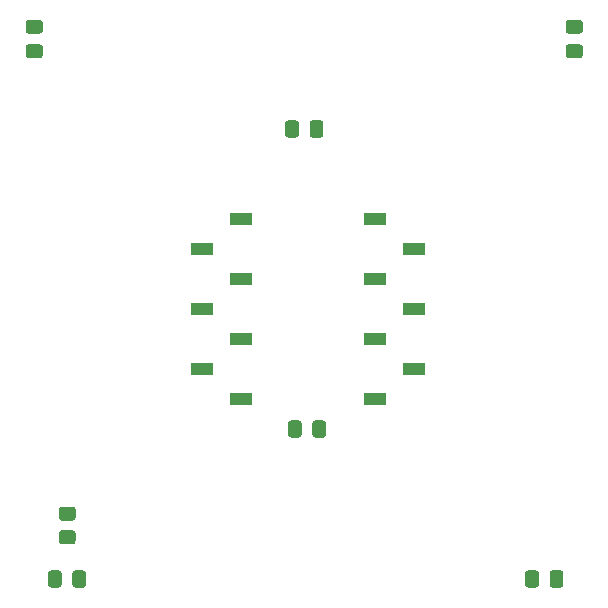
<source format=gbs>
%TF.GenerationSoftware,KiCad,Pcbnew,5.1.8-db9833491~87~ubuntu20.04.1*%
%TF.CreationDate,2020-11-10T08:01:52-05:00*%
%TF.ProjectId,18f-blinkie,3138662d-626c-4696-9e6b-69652e6b6963,rev?*%
%TF.SameCoordinates,Original*%
%TF.FileFunction,Soldermask,Bot*%
%TF.FilePolarity,Negative*%
%FSLAX46Y46*%
G04 Gerber Fmt 4.6, Leading zero omitted, Abs format (unit mm)*
G04 Created by KiCad (PCBNEW 5.1.8-db9833491~87~ubuntu20.04.1) date 2020-11-10 08:01:52*
%MOMM*%
%LPD*%
G01*
G04 APERTURE LIST*
%ADD10R,1.900000X1.000000*%
G04 APERTURE END LIST*
%TO.C,R1*%
G36*
G01*
X69281983Y-142385944D02*
X68381981Y-142385944D01*
G75*
G02*
X68131982Y-142135945I0J249999D01*
G01*
X68131982Y-141435943D01*
G75*
G02*
X68381981Y-141185944I249999J0D01*
G01*
X69281983Y-141185944D01*
G75*
G02*
X69531982Y-141435943I0J-249999D01*
G01*
X69531982Y-142135945D01*
G75*
G02*
X69281983Y-142385944I-249999J0D01*
G01*
G37*
G36*
G01*
X69281983Y-144385944D02*
X68381981Y-144385944D01*
G75*
G02*
X68131982Y-144135945I0J249999D01*
G01*
X68131982Y-143435943D01*
G75*
G02*
X68381981Y-143185944I249999J0D01*
G01*
X69281983Y-143185944D01*
G75*
G02*
X69531982Y-143435943I0J-249999D01*
G01*
X69531982Y-144135945D01*
G75*
G02*
X69281983Y-144385944I-249999J0D01*
G01*
G37*
%TD*%
D10*
%TO.C,J1*%
X80265000Y-129540000D03*
X80265000Y-124460000D03*
X80265000Y-119380000D03*
X83565000Y-132080000D03*
X83565000Y-127000000D03*
X83565000Y-121920000D03*
X83565000Y-116840000D03*
%TD*%
%TO.C,J2*%
X94870000Y-132080000D03*
X94870000Y-127000000D03*
X94870000Y-121920000D03*
X94870000Y-116840000D03*
X98170000Y-129540000D03*
X98170000Y-124460000D03*
X98170000Y-119380000D03*
%TD*%
%TO.C,C3*%
G36*
G01*
X88682500Y-134145000D02*
X88682500Y-135095000D01*
G75*
G02*
X88432500Y-135345000I-250000J0D01*
G01*
X87757500Y-135345000D01*
G75*
G02*
X87507500Y-135095000I0J250000D01*
G01*
X87507500Y-134145000D01*
G75*
G02*
X87757500Y-133895000I250000J0D01*
G01*
X88432500Y-133895000D01*
G75*
G02*
X88682500Y-134145000I0J-250000D01*
G01*
G37*
G36*
G01*
X90757500Y-134145000D02*
X90757500Y-135095000D01*
G75*
G02*
X90507500Y-135345000I-250000J0D01*
G01*
X89832500Y-135345000D01*
G75*
G02*
X89582500Y-135095000I0J250000D01*
G01*
X89582500Y-134145000D01*
G75*
G02*
X89832500Y-133895000I250000J0D01*
G01*
X90507500Y-133895000D01*
G75*
G02*
X90757500Y-134145000I0J-250000D01*
G01*
G37*
%TD*%
%TO.C,C6*%
G36*
G01*
X112235000Y-101150000D02*
X111285000Y-101150000D01*
G75*
G02*
X111035000Y-100900000I0J250000D01*
G01*
X111035000Y-100225000D01*
G75*
G02*
X111285000Y-99975000I250000J0D01*
G01*
X112235000Y-99975000D01*
G75*
G02*
X112485000Y-100225000I0J-250000D01*
G01*
X112485000Y-100900000D01*
G75*
G02*
X112235000Y-101150000I-250000J0D01*
G01*
G37*
G36*
G01*
X112235000Y-103225000D02*
X111285000Y-103225000D01*
G75*
G02*
X111035000Y-102975000I0J250000D01*
G01*
X111035000Y-102300000D01*
G75*
G02*
X111285000Y-102050000I250000J0D01*
G01*
X112235000Y-102050000D01*
G75*
G02*
X112485000Y-102300000I0J-250000D01*
G01*
X112485000Y-102975000D01*
G75*
G02*
X112235000Y-103225000I-250000J0D01*
G01*
G37*
%TD*%
%TO.C,C5*%
G36*
G01*
X108770000Y-146845000D02*
X108770000Y-147795000D01*
G75*
G02*
X108520000Y-148045000I-250000J0D01*
G01*
X107845000Y-148045000D01*
G75*
G02*
X107595000Y-147795000I0J250000D01*
G01*
X107595000Y-146845000D01*
G75*
G02*
X107845000Y-146595000I250000J0D01*
G01*
X108520000Y-146595000D01*
G75*
G02*
X108770000Y-146845000I0J-250000D01*
G01*
G37*
G36*
G01*
X110845000Y-146845000D02*
X110845000Y-147795000D01*
G75*
G02*
X110595000Y-148045000I-250000J0D01*
G01*
X109920000Y-148045000D01*
G75*
G02*
X109670000Y-147795000I0J250000D01*
G01*
X109670000Y-146845000D01*
G75*
G02*
X109920000Y-146595000I250000J0D01*
G01*
X110595000Y-146595000D01*
G75*
G02*
X110845000Y-146845000I0J-250000D01*
G01*
G37*
%TD*%
%TO.C,C4*%
G36*
G01*
X88450000Y-108745000D02*
X88450000Y-109695000D01*
G75*
G02*
X88200000Y-109945000I-250000J0D01*
G01*
X87525000Y-109945000D01*
G75*
G02*
X87275000Y-109695000I0J250000D01*
G01*
X87275000Y-108745000D01*
G75*
G02*
X87525000Y-108495000I250000J0D01*
G01*
X88200000Y-108495000D01*
G75*
G02*
X88450000Y-108745000I0J-250000D01*
G01*
G37*
G36*
G01*
X90525000Y-108745000D02*
X90525000Y-109695000D01*
G75*
G02*
X90275000Y-109945000I-250000J0D01*
G01*
X89600000Y-109945000D01*
G75*
G02*
X89350000Y-109695000I0J250000D01*
G01*
X89350000Y-108745000D01*
G75*
G02*
X89600000Y-108495000I250000J0D01*
G01*
X90275000Y-108495000D01*
G75*
G02*
X90525000Y-108745000I0J-250000D01*
G01*
G37*
%TD*%
%TO.C,C2*%
G36*
G01*
X66515000Y-101150000D02*
X65565000Y-101150000D01*
G75*
G02*
X65315000Y-100900000I0J250000D01*
G01*
X65315000Y-100225000D01*
G75*
G02*
X65565000Y-99975000I250000J0D01*
G01*
X66515000Y-99975000D01*
G75*
G02*
X66765000Y-100225000I0J-250000D01*
G01*
X66765000Y-100900000D01*
G75*
G02*
X66515000Y-101150000I-250000J0D01*
G01*
G37*
G36*
G01*
X66515000Y-103225000D02*
X65565000Y-103225000D01*
G75*
G02*
X65315000Y-102975000I0J250000D01*
G01*
X65315000Y-102300000D01*
G75*
G02*
X65565000Y-102050000I250000J0D01*
G01*
X66515000Y-102050000D01*
G75*
G02*
X66765000Y-102300000I0J-250000D01*
G01*
X66765000Y-102975000D01*
G75*
G02*
X66515000Y-103225000I-250000J0D01*
G01*
G37*
%TD*%
%TO.C,C1*%
G36*
G01*
X68362500Y-146845000D02*
X68362500Y-147795000D01*
G75*
G02*
X68112500Y-148045000I-250000J0D01*
G01*
X67437500Y-148045000D01*
G75*
G02*
X67187500Y-147795000I0J250000D01*
G01*
X67187500Y-146845000D01*
G75*
G02*
X67437500Y-146595000I250000J0D01*
G01*
X68112500Y-146595000D01*
G75*
G02*
X68362500Y-146845000I0J-250000D01*
G01*
G37*
G36*
G01*
X70437500Y-146845000D02*
X70437500Y-147795000D01*
G75*
G02*
X70187500Y-148045000I-250000J0D01*
G01*
X69512500Y-148045000D01*
G75*
G02*
X69262500Y-147795000I0J250000D01*
G01*
X69262500Y-146845000D01*
G75*
G02*
X69512500Y-146595000I250000J0D01*
G01*
X70187500Y-146595000D01*
G75*
G02*
X70437500Y-146845000I0J-250000D01*
G01*
G37*
%TD*%
M02*

</source>
